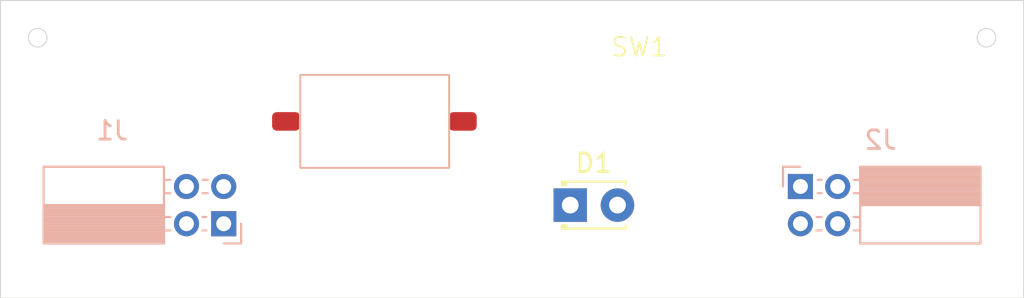
<source format=kicad_pcb>
(kicad_pcb (version 20240108) (generator "pcbnew") (generator_version "8.0")
  (layers (0 "F.Cu" signal) (31 "B.Cu" signal) (34 "B.Paste" user) (35 "F.Paste" user) (36 "B.SilkS" user "B.Silkscreen") (37 "F.SilkS" user "F.Silkscreen") (38 "B.Mask" user) (39 "F.Mask" user) (44 "Edge.Cuts" user))
  (net 0 "")
  (footprint "LED_THT:LED_D1.8mm_W3.3mm_H2.4mm" (layer "F.Cu") (at 140.625 81)
    (property "Reference" "D1" (at 1.27 -2.26 0) (layer "F.SilkS"))
    (property "Value" "LED")
    (fp_line (start -0.44 -1.26) (end -0.44 -1.08) (stroke (width 0.12)) (layer "F.SilkS"))
    (fp_line (start -0.44 -1.26) (end 2.98 -1.26) (stroke (width 0.12)) (layer "F.SilkS"))
    (fp_line (start -0.44 1.08) (end -0.44 1.26) (stroke (width 0.12)) (layer "F.SilkS"))
    (fp_line (start -0.44 1.26) (end 2.98 1.26) (stroke (width 0.12)) (layer "F.SilkS"))
    (fp_line (start -0.32 -1.26) (end -0.32 -1.08) (stroke (width 0.12)) (layer "F.SilkS"))
    (fp_line (start -0.32 1.08) (end -0.32 1.26) (stroke (width 0.12)) (layer "F.SilkS"))
    (fp_line (start -0.2 -1.26) (end -0.2 -1.08) (stroke (width 0.12)) (layer "F.SilkS"))
    (fp_line (start -0.2 1.08) (end -0.2 1.26) (stroke (width 0.12)) (layer "F.SilkS"))
    (fp_line (start 2.98 -1.26) (end 2.98 -1.095) (stroke (width 0.12)) (layer "F.SilkS"))
    (fp_line (start 2.98 1.095) (end 2.98 1.26) (stroke (width 0.12)) (layer "F.SilkS"))
    (pad "1" thru_hole rect (at 0 0) (size 1.8 1.8) (drill 0.9) (layers "*.Cu" "*.Mask"))
    (pad "2" thru_hole circle (at 2.54 0) (size 1.8 1.8) (drill 0.9) (layers "*.Cu" "*.Mask"))
  )
  (footprint "power_bl:switch_pw" (layer "F.Cu") (at 131.1 76.5 -90)
    (property "Reference" "SW1" (at -4 -13.238096 0) (layer "F.SilkS") (effects (font (thickness 0.1))))
    (property "Value" "SW_DIP_x01")
    (fp_rect (start -2.5 -3) (end 2.5 5) (stroke (width 0.1)) (fill none) (layer "F.SilkS"))
    (pad "1" smd roundrect (at 0 -3.75 270) (size 1 1.5) (layers "F.Cu" "F.Paste" "F.Mask"))
    (pad "2" smd roundrect (at 0 5.75 270) (size 1 1.5) (layers "F.Cu" "F.Paste" "F.Mask"))
  )
  (footprint "Connector_PinSocket_2.00mm:PinSocket_2x02_P2.00mm_Horizontal" (layer "B.Cu") (at 153 80 180)
    (property "Reference" "J2" (at -4.31 2.5 0) (layer "B.SilkS") (effects (justify mirror)))
    (property "Value" "Conn_01x04_Socket")
    (fp_line (start 0.935 1.06) (end 0 1.06) (stroke (width 0.12)) (layer "B.SilkS"))
    (fp_line (start 0.935 0) (end 0.935 1.06) (stroke (width 0.12)) (layer "B.SilkS"))
    (fp_line (start -0.862917 -1.64) (end -1.137083 -1.64) (stroke (width 0.12)) (layer "B.SilkS"))
    (fp_line (start -0.862917 -2.36) (end -1.137083 -2.36) (stroke (width 0.12)) (layer "B.SilkS"))
    (fp_line (start -0.935 0.36) (end -1.137083 0.36) (stroke (width 0.12)) (layer "B.SilkS"))
    (fp_line (start -0.935 -0.36) (end -1.137083 -0.36) (stroke (width 0.12)) (layer "B.SilkS"))
    (fp_line (start -2.862917 0.36) (end -3.21 0.36) (stroke (width 0.12)) (layer "B.SilkS"))
    (fp_line (start -2.862917 -0.36) (end -3.21 -0.36) (stroke (width 0.12)) (layer "B.SilkS"))
    (fp_line (start -2.862917 -1.64) (end -3.21 -1.64) (stroke (width 0.12)) (layer "B.SilkS"))
    (fp_line (start -2.862917 -2.36) (end -3.21 -2.36) (stroke (width 0.12)) (layer "B.SilkS"))
    (fp_line (start -3.21 1.06) (end -9.68 1.06) (stroke (width 0.12)) (layer "B.SilkS"))
    (fp_line (start -3.21 0.94) (end -9.68 0.94) (stroke (width 0.12)) (layer "B.SilkS"))
    (fp_line (start -3.21 0.825882) (end -9.68 0.825882) (stroke (width 0.12)) (layer "B.SilkS"))
    (fp_line (start -3.21 0.711764) (end -9.68 0.711764) (stroke (width 0.12)) (layer "B.SilkS"))
    (fp_line (start -3.21 0.597646) (end -9.68 0.597646) (stroke (width 0.12)) (layer "B.SilkS"))
    (fp_line (start -3.21 0.483528) (end -9.68 0.483528) (stroke (width 0.12)) (layer "B.SilkS"))
    (fp_line (start -3.21 0.36941) (end -9.68 0.36941) (stroke (width 0.12)) (layer "B.SilkS"))
    (fp_line (start -3.21 0.255292) (end -9.68 0.255292) (stroke (width 0.12)) (layer "B.SilkS"))
    (fp_line (start -3.21 0.141174) (end -9.68 0.141174) (stroke (width 0.12)) (layer "B.SilkS"))
    (fp_line (start -3.21 0.027056) (end -9.68 0.027056) (stroke (width 0.12)) (layer "B.SilkS"))
    (fp_line (start -3.21 -0.087062) (end -9.68 -0.087062) (stroke (width 0.12)) (layer "B.SilkS"))
    (fp_line (start -3.21 -0.20118) (end -9.68 -0.20118) (stroke (width 0.12)) (layer "B.SilkS"))
    (fp_line (start -3.21 -0.315298) (end -9.68 -0.315298) (stroke (width 0.12)) (layer "B.SilkS"))
    (fp_line (start -3.21 -0.429416) (end -9.68 -0.429416) (stroke (width 0.12)) (layer "B.SilkS"))
    (fp_line (start -3.21 -0.543534) (end -9.68 -0.543534) (stroke (width 0.12)) (layer "B.SilkS"))
    (fp_line (start -3.21 -0.657652) (end -9.68 -0.657652) (stroke (width 0.12)) (layer "B.SilkS"))
    (fp_line (start -3.21 -0.77177) (end -9.68 -0.77177) (stroke (width 0.12)) (layer "B.SilkS"))
    (fp_line (start -3.21 -0.885888) (end -9.68 -0.885888) (stroke (width 0.12)) (layer "B.SilkS"))
    (fp_line (start -3.21 -1) (end -9.68 -1) (stroke (width 0.12)) (layer "B.SilkS"))
    (fp_line (start -3.21 -3.06) (end -3.21 1.06) (stroke (width 0.12)) (layer "B.SilkS"))
    (fp_line (start -3.21 -3.06) (end -9.68 -3.06) (stroke (width 0.12)) (layer "B.SilkS"))
    (fp_line (start -9.68 -3.06) (end -9.68 1.06) (stroke (width 0.12)) (layer "B.SilkS"))
    (pad "1" thru_hole rect (at 0 0 180) (size 1.35 1.35) (drill 0.8) (layers "*.Cu" "*.Mask"))
    (pad "2" thru_hole oval (at -2 0 180) (size 1.35 1.35) (drill 0.8) (layers "*.Cu" "*.Mask"))
    (pad "3" thru_hole oval (at 0 -2 180) (size 1.35 1.35) (drill 0.8) (layers "*.Cu" "*.Mask"))
    (pad "4" thru_hole oval (at -2 -2 180) (size 1.35 1.35) (drill 0.8) (layers "*.Cu" "*.Mask"))
  )
  (footprint "Connector_PinSocket_2.00mm:PinSocket_2x02_P2.00mm_Horizontal" (layer "B.Cu") (at 122 82)
    (property "Reference" "J1" (at -6 -5 0) (layer "B.SilkS") (effects (justify mirror)))
    (property "Value" "Conn_01x04_Socket")
    (fp_line (start -9.68 -3.06) (end -9.68 1.06) (stroke (width 0.12)) (layer "B.SilkS"))
    (fp_line (start -3.21 -3.06) (end -9.68 -3.06) (stroke (width 0.12)) (layer "B.SilkS"))
    (fp_line (start -3.21 -3.06) (end -3.21 1.06) (stroke (width 0.12)) (layer "B.SilkS"))
    (fp_line (start -3.21 -1) (end -9.68 -1) (stroke (width 0.12)) (layer "B.SilkS"))
    (fp_line (start -3.21 -0.885888) (end -9.68 -0.885888) (stroke (width 0.12)) (layer "B.SilkS"))
    (fp_line (start -3.21 -0.77177) (end -9.68 -0.77177) (stroke (width 0.12)) (layer "B.SilkS"))
    (fp_line (start -3.21 -0.657652) (end -9.68 -0.657652) (stroke (width 0.12)) (layer "B.SilkS"))
    (fp_line (start -3.21 -0.543534) (end -9.68 -0.543534) (stroke (width 0.12)) (layer "B.SilkS"))
    (fp_line (start -3.21 -0.429416) (end -9.68 -0.429416) (stroke (width 0.12)) (layer "B.SilkS"))
    (fp_line (start -3.21 -0.315298) (end -9.68 -0.315298) (stroke (width 0.12)) (layer "B.SilkS"))
    (fp_line (start -3.21 -0.20118) (end -9.68 -0.20118) (stroke (width 0.12)) (layer "B.SilkS"))
    (fp_line (start -3.21 -0.087062) (end -9.68 -0.087062) (stroke (width 0.12)) (layer "B.SilkS"))
    (fp_line (start -3.21 0.027056) (end -9.68 0.027056) (stroke (width 0.12)) (layer "B.SilkS"))
    (fp_line (start -3.21 0.141174) (end -9.68 0.141174) (stroke (width 0.12)) (layer "B.SilkS"))
    (fp_line (start -3.21 0.255292) (end -9.68 0.255292) (stroke (width 0.12)) (layer "B.SilkS"))
    (fp_line (start -3.21 0.36941) (end -9.68 0.36941) (stroke (width 0.12)) (layer "B.SilkS"))
    (fp_line (start -3.21 0.483528) (end -9.68 0.483528) (stroke (width 0.12)) (layer "B.SilkS"))
    (fp_line (start -3.21 0.597646) (end -9.68 0.597646) (stroke (width 0.12)) (layer "B.SilkS"))
    (fp_line (start -3.21 0.711764) (end -9.68 0.711764) (stroke (width 0.12)) (layer "B.SilkS"))
    (fp_line (start -3.21 0.825882) (end -9.68 0.825882) (stroke (width 0.12)) (layer "B.SilkS"))
    (fp_line (start -3.21 0.94) (end -9.68 0.94) (stroke (width 0.12)) (layer "B.SilkS"))
    (fp_line (start -3.21 1.06) (end -9.68 1.06) (stroke (width 0.12)) (layer "B.SilkS"))
    (fp_line (start -2.862917 -2.36) (end -3.21 -2.36) (stroke (width 0.12)) (layer "B.SilkS"))
    (fp_line (start -2.862917 -1.64) (end -3.21 -1.64) (stroke (width 0.12)) (layer "B.SilkS"))
    (fp_line (start -2.862917 -0.36) (end -3.21 -0.36) (stroke (width 0.12)) (layer "B.SilkS"))
    (fp_line (start -2.862917 0.36) (end -3.21 0.36) (stroke (width 0.12)) (layer "B.SilkS"))
    (fp_line (start -0.935 -0.36) (end -1.137083 -0.36) (stroke (width 0.12)) (layer "B.SilkS"))
    (fp_line (start -0.935 0.36) (end -1.137083 0.36) (stroke (width 0.12)) (layer "B.SilkS"))
    (fp_line (start -0.862917 -2.36) (end -1.137083 -2.36) (stroke (width 0.12)) (layer "B.SilkS"))
    (fp_line (start -0.862917 -1.64) (end -1.137083 -1.64) (stroke (width 0.12)) (layer "B.SilkS"))
    (fp_line (start 0.935 0) (end 0.935 1.06) (stroke (width 0.12)) (layer "B.SilkS"))
    (fp_line (start 0.935 1.06) (end 0 1.06) (stroke (width 0.12)) (layer "B.SilkS"))
    (pad "1" thru_hole rect (at 0 0) (size 1.35 1.35) (drill 0.8) (layers "*.Cu" "*.Mask"))
    (pad "2" thru_hole oval (at -2 0) (size 1.35 1.35) (drill 0.8) (layers "*.Cu" "*.Mask"))
    (pad "3" thru_hole oval (at 0 -2) (size 1.35 1.35) (drill 0.8) (layers "*.Cu" "*.Mask"))
    (pad "4" thru_hole oval (at -2 -2) (size 1.35 1.35) (drill 0.8) (layers "*.Cu" "*.Mask"))
  )
  (gr_rect (start 126.119048 74) (end 134.119048 79) (stroke (width 0.1)) (fill none) (layer "B.SilkS"))
  (gr_line (start 110 70) (end 165 70) (stroke (width 0.05)) (layer "Edge.Cuts"))
  (gr_circle (center 112 72) (end 112.5 72) (stroke (width 0.05)) (fill none) (layer "Edge.Cuts"))
  (gr_line (start 165 86) (end 110 86) (stroke (width 0.05)) (layer "Edge.Cuts"))
  (gr_circle (center 163 72) (end 163.5 72) (stroke (width 0.05)) (fill none) (layer "Edge.Cuts"))
  (gr_line (start 165 70) (end 165 86) (stroke (width 0.05)) (layer "Edge.Cuts"))
  (gr_line (start 110 86) (end 110 70) (stroke (width 0.05)) (layer "Edge.Cuts"))
)
</source>
